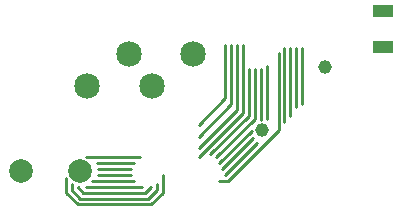
<source format=gts>
G04 Layer_Color=8388736*
%FSLAX44Y44*%
%MOMM*%
G71*
G01*
G75*
%ADD10R,1.8034X1.1120*%
%ADD16C,2.1590*%
%ADD22C,2.0000*%
%ADD23C,1.1684*%
%ADD49C,0.2540*%
%ADD51C,0.1590*%
D10*
X856250Y533542D02*
D03*
Y563458D02*
D03*
D16*
X640800Y527000D02*
D03*
X695400D02*
D03*
X605600Y500000D02*
D03*
X660200D02*
D03*
D22*
X600000Y428000D02*
D03*
X550000D02*
D03*
D23*
X753967Y462967D02*
D03*
X807000Y516000D02*
D03*
D49*
X768000Y463000D02*
Y528000D01*
X762500Y457500D02*
X768000Y463000D01*
X749625Y452125D02*
Y452125D01*
X722500Y425000D02*
X749625Y452125D01*
X722500Y490000D02*
Y535000D01*
X727500Y485000D02*
Y535000D01*
X732500Y480000D02*
Y535000D01*
X737500Y522500D02*
Y535000D01*
Y477500D02*
Y522500D01*
X742500Y475000D02*
Y515000D01*
X717500Y435000D02*
X745000Y462500D01*
X745000D01*
X747500Y472500D02*
Y515000D01*
X752500Y471500D02*
Y515000D01*
X757500Y472750D02*
Y517500D01*
X787500Y485000D02*
Y532500D01*
X782500Y482500D02*
Y485000D01*
Y532500D01*
X777500Y475000D02*
Y532500D01*
X772500Y470000D02*
Y532500D01*
X700000Y467500D02*
X722500Y490000D01*
X700000Y457500D02*
X727500Y485000D01*
X700000Y447500D02*
X732500Y480000D01*
X700000Y440000D02*
X737500Y477500D01*
X710000Y442500D02*
X742500Y475000D01*
X717500Y420000D02*
X725000D01*
X762500Y457500D01*
X720000Y430000D02*
X746000Y456000D01*
X715000Y440000D02*
X747500Y472500D01*
X670000Y410000D02*
Y425000D01*
X660000Y400000D02*
X670000Y410000D01*
X657500Y400000D02*
X660000D01*
X597500D02*
X657500D01*
X587500Y410000D02*
X597500Y400000D01*
X587500Y410000D02*
Y422500D01*
X665000Y412500D02*
Y417500D01*
X657500Y405000D02*
X665000Y412500D01*
X600000Y405000D02*
X657500D01*
X592500Y412500D02*
X600000Y405000D01*
X592500Y412500D02*
Y417500D01*
X655000Y410000D02*
X660000Y415000D01*
X602500Y410000D02*
X655000D01*
X597500Y415000D02*
X602500Y410000D01*
X597500Y415000D02*
Y415000D01*
X605000D02*
X652500D01*
X605000Y440000D02*
X607500D01*
X650000D01*
X614000Y435000D02*
X645000D01*
X640000Y425000D02*
X642500D01*
X640000Y430000D02*
X642500D01*
X610000Y420000D02*
X645000D01*
X615000Y425000D02*
X640000D01*
X615000Y430000D02*
X640000D01*
D51*
X750000Y527000D02*
D03*
X551000Y500000D02*
D03*
M02*

</source>
